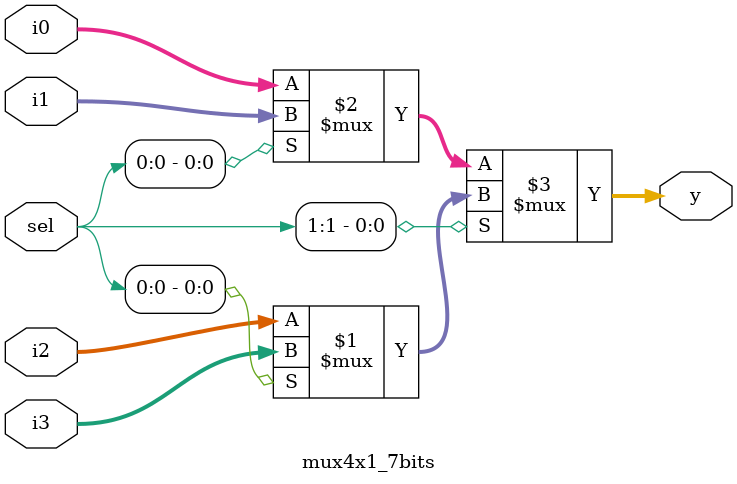
<source format=v>
module MUX(input [7:0]sec1,sec2,min1,min2, input [1:0] sel , output reg [7:0] inseg );

always @(*) begin
case(sel)
2'b00:inseg=sec1;
2'b01:inseg=sec2;
2'b10:inseg=min1;
2'b11:inseg=min2;
endcase
end
endmodule
module mux_4_to_1(i,y,sel);
input [3:0]i;
input [1:0]sel;
output y;
assign y=(sel[1])?((sel[0])?i[3]:i[2]):((sel[0])?i[1]:i[0]);
endmodule


module mux4x1_7bits (i0, i1, i2, i3, y, sel);
    input  [6:0]i0, i1, i2, i3 ;
    input  [1:0] sel;
    output [6:0]y;
assign y=(sel[1])?((sel[0])? i3: i2):((sel[0])?i1 : i0);

endmodule
</source>
